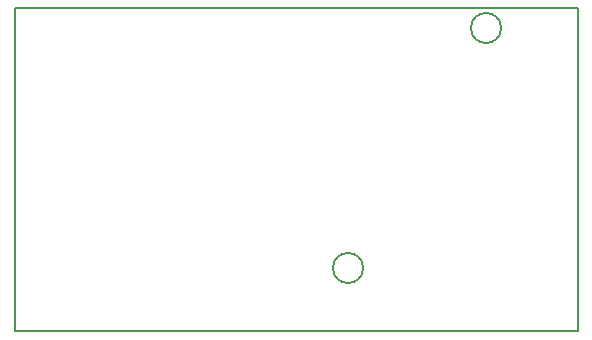
<source format=gbr>
G04 (created by PCBNEW (2013-07-07 BZR 4022)-stable) date 29/12/2013 19:41:28*
%MOIN*%
G04 Gerber Fmt 3.4, Leading zero omitted, Abs format*
%FSLAX34Y34*%
G01*
G70*
G90*
G04 APERTURE LIST*
%ADD10C,0.00590551*%
G04 APERTURE END LIST*
G54D10*
X88200Y-70500D02*
X88200Y-59750D01*
X88200Y-59750D02*
X69450Y-59750D01*
X69450Y-70500D02*
X88200Y-70500D01*
X69450Y-59750D02*
X69450Y-70500D01*
X81050Y-68400D02*
G75*
G03X81050Y-68400I-500J0D01*
G74*
G01*
X85650Y-60400D02*
G75*
G03X85650Y-60400I-500J0D01*
G74*
G01*
M02*

</source>
